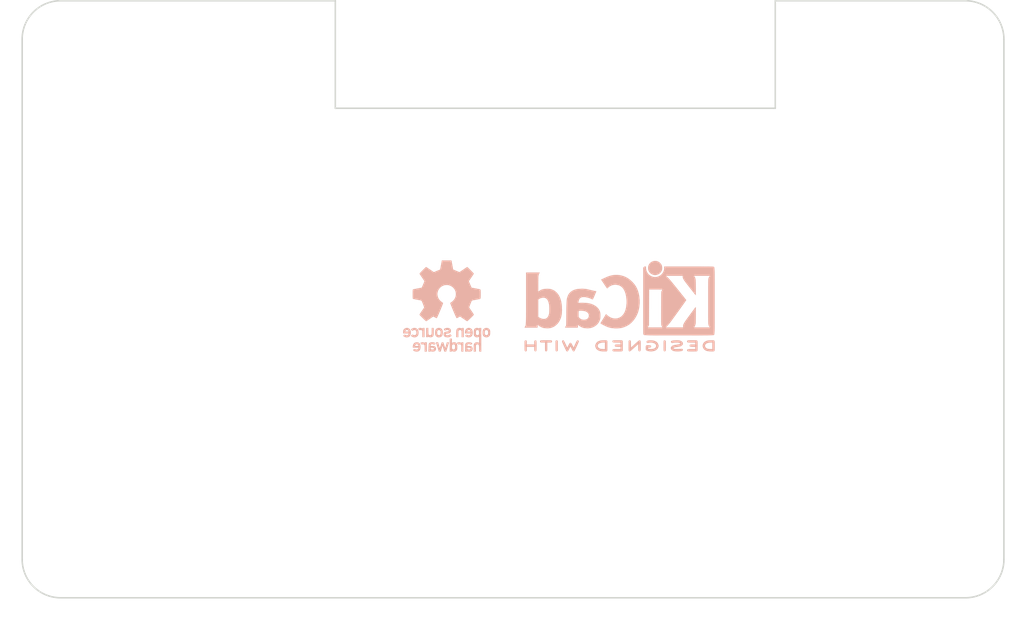
<source format=kicad_pcb>
(kicad_pcb (version 20221018) (generator pcbnew)
  (title_block (title "WLED Controller Board") (date "2023-10-29") (rev "A"))
  (layers (0 "F.Cu" mixed) (1 "In1.Cu" power) (2 "In2.Cu" power) (31 "B.Cu" mixed) (34 "B.Paste" user) (35 "F.Paste" user) (36 "B.SilkS" user "B.Silkscreen") (37 "F.SilkS" user "F.Silkscreen") (38 "B.Mask" user) (39 "F.Mask" user) (44 "Edge.Cuts" user))
  (property "DigiKey" "")
  (property "LCSC" "")
  (property "Mouser" "")
  (net 0 "")
  (footprint "MountingHole:MountingHole_3.2mm_M3" (layer "F.Cu") (at 101.6 104.267)
    (fp_text reference "H104" hide)
    (fp_text value "MountingHole")
    (pad "" np_thru_hole circle locked (at 0 0) (size 3.2 3.2) (drill 3.2) (layers "*.Cu" "*.Mask"))
  )
  (footprint "MountingHole:MountingHole_3.2mm_M3" (layer "F.Cu") (at 159 104.267)
    (fp_text reference "H103" hide)
    (fp_text value "MountingHole")
    (pad "" np_thru_hole circle locked (at 0 0) (size 3.2 3.2) (drill 3.2) (layers "*.Cu" "*.Mask"))
  )
  (footprint "MountingHole:MountingHole_3.2mm_M3" (layer "F.Cu") (at 101.6 72.136)
    (fp_text reference "H101" hide)
    (fp_text value "MountingHole")
    (pad "" np_thru_hole circle locked (at 0 0) (size 3.2 3.2) (drill 3.2) (layers "*.Cu" "*.Mask"))
  )
  (footprint "MountingHole:MountingHole_3.2mm_M3" (layer "F.Cu") (at 159 72.136)
    (fp_text reference "H102" hide)
    (fp_text value "MountingHole")
    (pad "" np_thru_hole circle locked (at 0 0) (size 3.2 3.2) (drill 3.2) (layers "*.Cu" "*.Mask"))
  )
  (footprint "Symbol:OSHW-Logo_5.7x6mm_SilkScreen" (layer "B.Cu") (at 125.984 88.646 180)
    (fp_text reference "REF**" hide)
    (fp_text value "OSHW-Logo_5.7x6mm_SilkScreen" hide)
  )
  (footprint "Symbol:KiCad-Logo2_5mm_SilkScreen" (layer "B.Cu") (at 137.414 88.646 180)
    (fp_text reference "REF**" hide)
    (fp_text value "KiCad-Logo2_5mm_SilkScreen" hide)
  )
  (gr_arc (start 97.917 70.993) (mid 98.660949 69.196949) (end 100.457 68.453) (stroke (width 0.1)) (layer "Edge.Cuts"))
  (gr_arc (start 160.274 68.453) (mid 162.07379 69.205974) (end 162.814 71.011051) (stroke (width 0.1)) (layer "Edge.Cuts"))
  (gr_line (start 162.814 71.011051) (end 162.814 105.41) (stroke (width 0.1)) (layer "Edge.Cuts"))
  (gr_line (start 147.701 75.565) (end 147.701 68.453) (stroke (width 0.1)) (layer "Edge.Cuts"))
  (gr_arc (start 100.457 107.95) (mid 98.660949 107.206051) (end 97.917 105.41) (stroke (width 0.1)) (layer "Edge.Cuts"))
  (gr_line (start 100.457 68.453) (end 118.618 68.453) (stroke (width 0.1)) (layer "Edge.Cuts"))
  (gr_line (start 97.917 105.41) (end 97.917 70.993) (stroke (width 0.1)) (layer "Edge.Cuts"))
  (gr_line (start 118.618 75.565) (end 147.701 75.565) (stroke (width 0.1)) (layer "Edge.Cuts"))
  (gr_arc (start 162.814 105.41) (mid 162.070051 107.206051) (end 160.274 107.95) (stroke (width 0.1)) (layer "Edge.Cuts"))
  (gr_line (start 160.274 107.95) (end 100.457 107.95) (stroke (width 0.1)) (layer "Edge.Cuts"))
  (gr_line (start 118.618 68.453) (end 118.618 75.565) (stroke (width 0.1)) (layer "Edge.Cuts"))
  (gr_line (start 147.701 68.453) (end 160.274 68.453) (stroke (width 0.1)) (layer "Edge.Cuts"))
)
</source>
